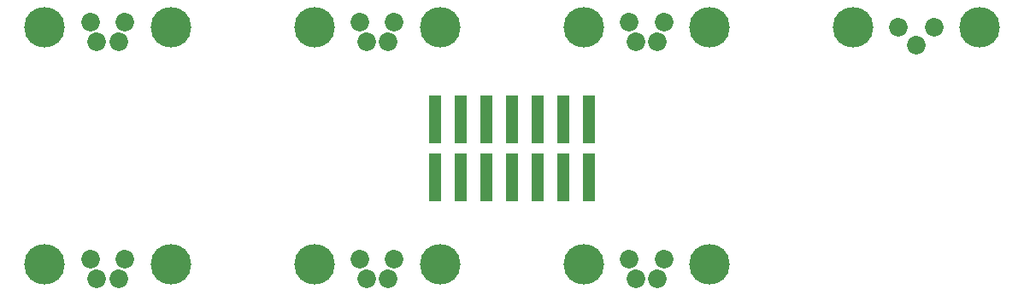
<source format=gbr>
%TF.GenerationSoftware,KiCad,Pcbnew,(6.0.7-1)-1*%
%TF.CreationDate,2022-11-03T21:10:23+11:00*%
%TF.ProjectId,case-connector,63617365-2d63-46f6-9e6e-6563746f722e,rev?*%
%TF.SameCoordinates,Original*%
%TF.FileFunction,Soldermask,Bot*%
%TF.FilePolarity,Negative*%
%FSLAX46Y46*%
G04 Gerber Fmt 4.6, Leading zero omitted, Abs format (unit mm)*
G04 Created by KiCad (PCBNEW (6.0.7-1)-1) date 2022-11-03 21:10:23*
%MOMM*%
%LPD*%
G01*
G04 APERTURE LIST*
%ADD10R,1.244600X4.749800*%
%ADD11C,1.850000*%
%ADD12C,4.016000*%
G04 APERTURE END LIST*
D10*
%TO.C,J8*%
X103380000Y-71124999D03*
X103380000Y-76875001D03*
X105920000Y-71124999D03*
X105920000Y-76875001D03*
X108460000Y-71124999D03*
X108460000Y-76875001D03*
X111000000Y-71124999D03*
X111000000Y-76875001D03*
X113540000Y-71124999D03*
X113540000Y-76875001D03*
X116080000Y-71124999D03*
X116080000Y-76875001D03*
X118620000Y-71124999D03*
X118620000Y-76875001D03*
%TD*%
D11*
%TO.C,J7*%
X69850000Y-63450000D03*
X72000000Y-63450000D03*
X69225000Y-61500000D03*
X72625000Y-61500000D03*
D12*
X77175000Y-62000000D03*
X64675000Y-62000000D03*
%TD*%
%TO.C,J6*%
X91366666Y-85500000D03*
X103866666Y-85500000D03*
D11*
X99316666Y-85000000D03*
X95916666Y-85000000D03*
X98691666Y-86950000D03*
X96541666Y-86950000D03*
%TD*%
D12*
%TO.C,J5*%
X91366666Y-62000000D03*
X103866666Y-62000000D03*
D11*
X99316666Y-61500000D03*
X95916666Y-61500000D03*
X98691666Y-63450000D03*
X96541666Y-63450000D03*
%TD*%
D12*
%TO.C,J4*%
X144750000Y-62000000D03*
X157250000Y-62000000D03*
D11*
X152750000Y-62000000D03*
X149250000Y-62000000D03*
X151000000Y-63750000D03*
%TD*%
%TO.C,J3*%
X123233332Y-63450000D03*
X125383332Y-63450000D03*
X122608332Y-61500000D03*
X126008332Y-61500000D03*
D12*
X130558332Y-62000000D03*
X118058332Y-62000000D03*
%TD*%
D11*
%TO.C,J2*%
X69850000Y-86950000D03*
X72000000Y-86950000D03*
X69225000Y-85000000D03*
X72625000Y-85000000D03*
D12*
X77175000Y-85500000D03*
X64675000Y-85500000D03*
%TD*%
%TO.C,J1*%
X118058332Y-85500000D03*
X130558332Y-85500000D03*
D11*
X126008332Y-85000000D03*
X122608332Y-85000000D03*
X125383332Y-86950000D03*
X123233332Y-86950000D03*
%TD*%
M02*

</source>
